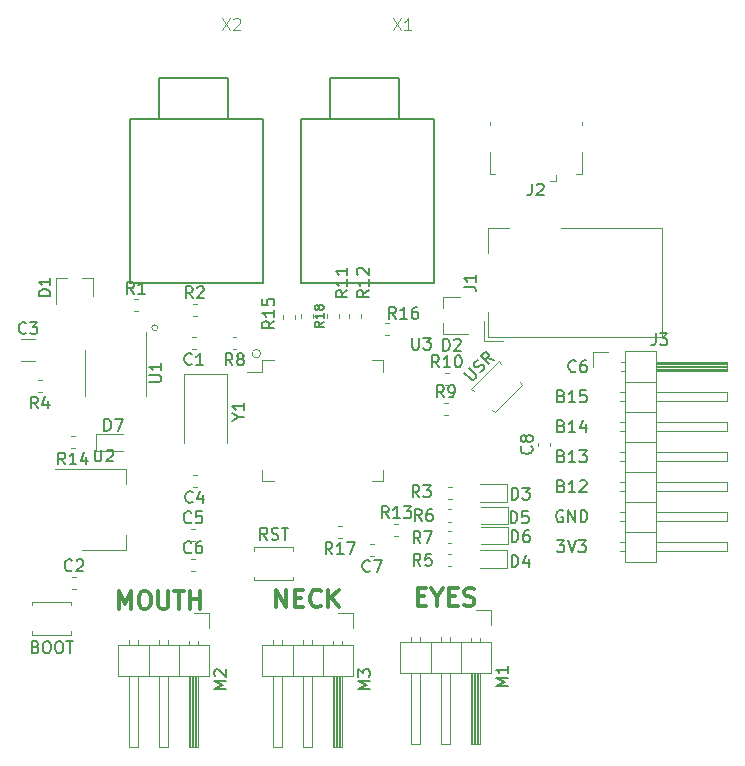
<source format=gbr>
G04 #@! TF.GenerationSoftware,KiCad,Pcbnew,(5.1.5)-3*
G04 #@! TF.CreationDate,2020-09-20T15:24:45+01:00*
G04 #@! TF.ProjectId,Alexa_kicad_PCB,416c6578-615f-46b6-9963-61645f504342,rev?*
G04 #@! TF.SameCoordinates,Original*
G04 #@! TF.FileFunction,Legend,Top*
G04 #@! TF.FilePolarity,Positive*
%FSLAX46Y46*%
G04 Gerber Fmt 4.6, Leading zero omitted, Abs format (unit mm)*
G04 Created by KiCad (PCBNEW (5.1.5)-3) date 2020-09-20 15:24:45*
%MOMM*%
%LPD*%
G04 APERTURE LIST*
%ADD10C,0.120000*%
%ADD11C,0.200000*%
%ADD12C,0.300000*%
%ADD13C,0.203200*%
%ADD14C,0.150000*%
%ADD15C,0.015000*%
G04 APERTURE END LIST*
D10*
X110490000Y-86106000D02*
G75*
G03X110490000Y-86106000I-254000J0D01*
G01*
X119200000Y-88300000D02*
G75*
G03X119200000Y-88300000I-359210J0D01*
G01*
D11*
X144303904Y-104100380D02*
X144922952Y-104100380D01*
X144589619Y-104481333D01*
X144732476Y-104481333D01*
X144827714Y-104528952D01*
X144875333Y-104576571D01*
X144922952Y-104671809D01*
X144922952Y-104909904D01*
X144875333Y-105005142D01*
X144827714Y-105052761D01*
X144732476Y-105100380D01*
X144446761Y-105100380D01*
X144351523Y-105052761D01*
X144303904Y-105005142D01*
X145208666Y-104100380D02*
X145542000Y-105100380D01*
X145875333Y-104100380D01*
X146113428Y-104100380D02*
X146732476Y-104100380D01*
X146399142Y-104481333D01*
X146542000Y-104481333D01*
X146637238Y-104528952D01*
X146684857Y-104576571D01*
X146732476Y-104671809D01*
X146732476Y-104909904D01*
X146684857Y-105005142D01*
X146637238Y-105052761D01*
X146542000Y-105100380D01*
X146256285Y-105100380D01*
X146161047Y-105052761D01*
X146113428Y-105005142D01*
X144780095Y-101608000D02*
X144684857Y-101560380D01*
X144542000Y-101560380D01*
X144399142Y-101608000D01*
X144303904Y-101703238D01*
X144256285Y-101798476D01*
X144208666Y-101988952D01*
X144208666Y-102131809D01*
X144256285Y-102322285D01*
X144303904Y-102417523D01*
X144399142Y-102512761D01*
X144542000Y-102560380D01*
X144637238Y-102560380D01*
X144780095Y-102512761D01*
X144827714Y-102465142D01*
X144827714Y-102131809D01*
X144637238Y-102131809D01*
X145256285Y-102560380D02*
X145256285Y-101560380D01*
X145827714Y-102560380D01*
X145827714Y-101560380D01*
X146303904Y-102560380D02*
X146303904Y-101560380D01*
X146542000Y-101560380D01*
X146684857Y-101608000D01*
X146780095Y-101703238D01*
X146827714Y-101798476D01*
X146875333Y-101988952D01*
X146875333Y-102131809D01*
X146827714Y-102322285D01*
X146780095Y-102417523D01*
X146684857Y-102512761D01*
X146542000Y-102560380D01*
X146303904Y-102560380D01*
X144661047Y-99496571D02*
X144803904Y-99544190D01*
X144851523Y-99591809D01*
X144899142Y-99687047D01*
X144899142Y-99829904D01*
X144851523Y-99925142D01*
X144803904Y-99972761D01*
X144708666Y-100020380D01*
X144327714Y-100020380D01*
X144327714Y-99020380D01*
X144661047Y-99020380D01*
X144756285Y-99068000D01*
X144803904Y-99115619D01*
X144851523Y-99210857D01*
X144851523Y-99306095D01*
X144803904Y-99401333D01*
X144756285Y-99448952D01*
X144661047Y-99496571D01*
X144327714Y-99496571D01*
X145851523Y-100020380D02*
X145280095Y-100020380D01*
X145565809Y-100020380D02*
X145565809Y-99020380D01*
X145470571Y-99163238D01*
X145375333Y-99258476D01*
X145280095Y-99306095D01*
X146232476Y-99115619D02*
X146280095Y-99068000D01*
X146375333Y-99020380D01*
X146613428Y-99020380D01*
X146708666Y-99068000D01*
X146756285Y-99115619D01*
X146803904Y-99210857D01*
X146803904Y-99306095D01*
X146756285Y-99448952D01*
X146184857Y-100020380D01*
X146803904Y-100020380D01*
X144661047Y-96956571D02*
X144803904Y-97004190D01*
X144851523Y-97051809D01*
X144899142Y-97147047D01*
X144899142Y-97289904D01*
X144851523Y-97385142D01*
X144803904Y-97432761D01*
X144708666Y-97480380D01*
X144327714Y-97480380D01*
X144327714Y-96480380D01*
X144661047Y-96480380D01*
X144756285Y-96528000D01*
X144803904Y-96575619D01*
X144851523Y-96670857D01*
X144851523Y-96766095D01*
X144803904Y-96861333D01*
X144756285Y-96908952D01*
X144661047Y-96956571D01*
X144327714Y-96956571D01*
X145851523Y-97480380D02*
X145280095Y-97480380D01*
X145565809Y-97480380D02*
X145565809Y-96480380D01*
X145470571Y-96623238D01*
X145375333Y-96718476D01*
X145280095Y-96766095D01*
X146184857Y-96480380D02*
X146803904Y-96480380D01*
X146470571Y-96861333D01*
X146613428Y-96861333D01*
X146708666Y-96908952D01*
X146756285Y-96956571D01*
X146803904Y-97051809D01*
X146803904Y-97289904D01*
X146756285Y-97385142D01*
X146708666Y-97432761D01*
X146613428Y-97480380D01*
X146327714Y-97480380D01*
X146232476Y-97432761D01*
X146184857Y-97385142D01*
X144661047Y-94416571D02*
X144803904Y-94464190D01*
X144851523Y-94511809D01*
X144899142Y-94607047D01*
X144899142Y-94749904D01*
X144851523Y-94845142D01*
X144803904Y-94892761D01*
X144708666Y-94940380D01*
X144327714Y-94940380D01*
X144327714Y-93940380D01*
X144661047Y-93940380D01*
X144756285Y-93988000D01*
X144803904Y-94035619D01*
X144851523Y-94130857D01*
X144851523Y-94226095D01*
X144803904Y-94321333D01*
X144756285Y-94368952D01*
X144661047Y-94416571D01*
X144327714Y-94416571D01*
X145851523Y-94940380D02*
X145280095Y-94940380D01*
X145565809Y-94940380D02*
X145565809Y-93940380D01*
X145470571Y-94083238D01*
X145375333Y-94178476D01*
X145280095Y-94226095D01*
X146708666Y-94273714D02*
X146708666Y-94940380D01*
X146470571Y-93892761D02*
X146232476Y-94607047D01*
X146851523Y-94607047D01*
X144661047Y-91876571D02*
X144803904Y-91924190D01*
X144851523Y-91971809D01*
X144899142Y-92067047D01*
X144899142Y-92209904D01*
X144851523Y-92305142D01*
X144803904Y-92352761D01*
X144708666Y-92400380D01*
X144327714Y-92400380D01*
X144327714Y-91400380D01*
X144661047Y-91400380D01*
X144756285Y-91448000D01*
X144803904Y-91495619D01*
X144851523Y-91590857D01*
X144851523Y-91686095D01*
X144803904Y-91781333D01*
X144756285Y-91828952D01*
X144661047Y-91876571D01*
X144327714Y-91876571D01*
X145851523Y-92400380D02*
X145280095Y-92400380D01*
X145565809Y-92400380D02*
X145565809Y-91400380D01*
X145470571Y-91543238D01*
X145375333Y-91638476D01*
X145280095Y-91686095D01*
X146756285Y-91400380D02*
X146280095Y-91400380D01*
X146232476Y-91876571D01*
X146280095Y-91828952D01*
X146375333Y-91781333D01*
X146613428Y-91781333D01*
X146708666Y-91828952D01*
X146756285Y-91876571D01*
X146803904Y-91971809D01*
X146803904Y-92209904D01*
X146756285Y-92305142D01*
X146708666Y-92352761D01*
X146613428Y-92400380D01*
X146375333Y-92400380D01*
X146280095Y-92352761D01*
X146232476Y-92305142D01*
X145883333Y-89765142D02*
X145835714Y-89812761D01*
X145692857Y-89860380D01*
X145597619Y-89860380D01*
X145454761Y-89812761D01*
X145359523Y-89717523D01*
X145311904Y-89622285D01*
X145264285Y-89431809D01*
X145264285Y-89288952D01*
X145311904Y-89098476D01*
X145359523Y-89003238D01*
X145454761Y-88908000D01*
X145597619Y-88860380D01*
X145692857Y-88860380D01*
X145835714Y-88908000D01*
X145883333Y-88955619D01*
X146740476Y-88860380D02*
X146550000Y-88860380D01*
X146454761Y-88908000D01*
X146407142Y-88955619D01*
X146311904Y-89098476D01*
X146264285Y-89288952D01*
X146264285Y-89669904D01*
X146311904Y-89765142D01*
X146359523Y-89812761D01*
X146454761Y-89860380D01*
X146645238Y-89860380D01*
X146740476Y-89812761D01*
X146788095Y-89765142D01*
X146835714Y-89669904D01*
X146835714Y-89431809D01*
X146788095Y-89336571D01*
X146740476Y-89288952D01*
X146645238Y-89241333D01*
X146454761Y-89241333D01*
X146359523Y-89288952D01*
X146311904Y-89336571D01*
X146264285Y-89431809D01*
D12*
X132516857Y-108858857D02*
X133016857Y-108858857D01*
X133231142Y-109644571D02*
X132516857Y-109644571D01*
X132516857Y-108144571D01*
X133231142Y-108144571D01*
X134159714Y-108930285D02*
X134159714Y-109644571D01*
X133659714Y-108144571D02*
X134159714Y-108930285D01*
X134659714Y-108144571D01*
X135159714Y-108858857D02*
X135659714Y-108858857D01*
X135874000Y-109644571D02*
X135159714Y-109644571D01*
X135159714Y-108144571D01*
X135874000Y-108144571D01*
X136445428Y-109573142D02*
X136659714Y-109644571D01*
X137016857Y-109644571D01*
X137159714Y-109573142D01*
X137231142Y-109501714D01*
X137302571Y-109358857D01*
X137302571Y-109216000D01*
X137231142Y-109073142D01*
X137159714Y-109001714D01*
X137016857Y-108930285D01*
X136731142Y-108858857D01*
X136588285Y-108787428D01*
X136516857Y-108716000D01*
X136445428Y-108573142D01*
X136445428Y-108430285D01*
X136516857Y-108287428D01*
X136588285Y-108216000D01*
X136731142Y-108144571D01*
X137088285Y-108144571D01*
X137302571Y-108216000D01*
X120519357Y-109771571D02*
X120519357Y-108271571D01*
X121376500Y-109771571D01*
X121376500Y-108271571D01*
X122090785Y-108985857D02*
X122590785Y-108985857D01*
X122805071Y-109771571D02*
X122090785Y-109771571D01*
X122090785Y-108271571D01*
X122805071Y-108271571D01*
X124305071Y-109628714D02*
X124233642Y-109700142D01*
X124019357Y-109771571D01*
X123876500Y-109771571D01*
X123662214Y-109700142D01*
X123519357Y-109557285D01*
X123447928Y-109414428D01*
X123376500Y-109128714D01*
X123376500Y-108914428D01*
X123447928Y-108628714D01*
X123519357Y-108485857D01*
X123662214Y-108343000D01*
X123876500Y-108271571D01*
X124019357Y-108271571D01*
X124233642Y-108343000D01*
X124305071Y-108414428D01*
X124947928Y-109771571D02*
X124947928Y-108271571D01*
X125805071Y-109771571D02*
X125162214Y-108914428D01*
X125805071Y-108271571D02*
X124947928Y-109128714D01*
X107251928Y-109898571D02*
X107251928Y-108398571D01*
X107751928Y-109470000D01*
X108251928Y-108398571D01*
X108251928Y-109898571D01*
X109251928Y-108398571D02*
X109537642Y-108398571D01*
X109680500Y-108470000D01*
X109823357Y-108612857D01*
X109894785Y-108898571D01*
X109894785Y-109398571D01*
X109823357Y-109684285D01*
X109680500Y-109827142D01*
X109537642Y-109898571D01*
X109251928Y-109898571D01*
X109109071Y-109827142D01*
X108966214Y-109684285D01*
X108894785Y-109398571D01*
X108894785Y-108898571D01*
X108966214Y-108612857D01*
X109109071Y-108470000D01*
X109251928Y-108398571D01*
X110537642Y-108398571D02*
X110537642Y-109612857D01*
X110609071Y-109755714D01*
X110680500Y-109827142D01*
X110823357Y-109898571D01*
X111109071Y-109898571D01*
X111251928Y-109827142D01*
X111323357Y-109755714D01*
X111394785Y-109612857D01*
X111394785Y-108398571D01*
X111894785Y-108398571D02*
X112751928Y-108398571D01*
X112323357Y-109898571D02*
X112323357Y-108398571D01*
X113251928Y-109898571D02*
X113251928Y-108398571D01*
X113251928Y-109112857D02*
X114109071Y-109112857D01*
X114109071Y-109898571D02*
X114109071Y-108398571D01*
D10*
X105024000Y-81933000D02*
X104094000Y-81933000D01*
X101864000Y-81933000D02*
X102794000Y-81933000D01*
X101864000Y-81933000D02*
X101864000Y-84093000D01*
X105024000Y-81933000D02*
X105024000Y-83393000D01*
X144646000Y-77696000D02*
X153146000Y-77696000D01*
X153146000Y-77696000D02*
X153146000Y-86896000D01*
X153146000Y-86896000D02*
X138446000Y-86896000D01*
X138446000Y-79796000D02*
X138446000Y-77696000D01*
X138446000Y-77696000D02*
X140246000Y-77696000D01*
X138146000Y-85496000D02*
X138146000Y-87196000D01*
X138146000Y-87196000D02*
X139746000Y-87196000D01*
X138446000Y-86896000D02*
X138446000Y-84796000D01*
X146394000Y-73104000D02*
X145944000Y-73104000D01*
X146394000Y-71254000D02*
X146394000Y-73104000D01*
X138594000Y-68704000D02*
X138594000Y-68954000D01*
X146394000Y-68704000D02*
X146394000Y-68954000D01*
X138594000Y-71254000D02*
X138594000Y-73104000D01*
X138594000Y-73104000D02*
X139044000Y-73104000D01*
X144194000Y-73654000D02*
X143744000Y-73654000D01*
X144194000Y-73654000D02*
X144194000Y-73204000D01*
X138744000Y-112692000D02*
X131004000Y-112692000D01*
X131004000Y-112692000D02*
X131004000Y-115352000D01*
X131004000Y-115352000D02*
X138744000Y-115352000D01*
X138744000Y-115352000D02*
X138744000Y-112692000D01*
X137794000Y-115352000D02*
X137794000Y-121352000D01*
X137794000Y-121352000D02*
X137034000Y-121352000D01*
X137034000Y-121352000D02*
X137034000Y-115352000D01*
X137734000Y-115352000D02*
X137734000Y-121352000D01*
X137614000Y-115352000D02*
X137614000Y-121352000D01*
X137494000Y-115352000D02*
X137494000Y-121352000D01*
X137374000Y-115352000D02*
X137374000Y-121352000D01*
X137254000Y-115352000D02*
X137254000Y-121352000D01*
X137134000Y-115352000D02*
X137134000Y-121352000D01*
X137794000Y-112362000D02*
X137794000Y-112692000D01*
X137034000Y-112362000D02*
X137034000Y-112692000D01*
X136144000Y-112692000D02*
X136144000Y-115352000D01*
X135254000Y-115352000D02*
X135254000Y-121352000D01*
X135254000Y-121352000D02*
X134494000Y-121352000D01*
X134494000Y-121352000D02*
X134494000Y-115352000D01*
X135254000Y-112294929D02*
X135254000Y-112692000D01*
X134494000Y-112294929D02*
X134494000Y-112692000D01*
X133604000Y-112692000D02*
X133604000Y-115352000D01*
X132714000Y-115352000D02*
X132714000Y-121352000D01*
X132714000Y-121352000D02*
X131954000Y-121352000D01*
X131954000Y-121352000D02*
X131954000Y-115352000D01*
X132714000Y-112294929D02*
X132714000Y-112692000D01*
X131954000Y-112294929D02*
X131954000Y-112692000D01*
X137414000Y-109982000D02*
X138684000Y-109982000D01*
X138684000Y-109982000D02*
X138684000Y-111252000D01*
X114868000Y-112946000D02*
X107128000Y-112946000D01*
X107128000Y-112946000D02*
X107128000Y-115606000D01*
X107128000Y-115606000D02*
X114868000Y-115606000D01*
X114868000Y-115606000D02*
X114868000Y-112946000D01*
X113918000Y-115606000D02*
X113918000Y-121606000D01*
X113918000Y-121606000D02*
X113158000Y-121606000D01*
X113158000Y-121606000D02*
X113158000Y-115606000D01*
X113858000Y-115606000D02*
X113858000Y-121606000D01*
X113738000Y-115606000D02*
X113738000Y-121606000D01*
X113618000Y-115606000D02*
X113618000Y-121606000D01*
X113498000Y-115606000D02*
X113498000Y-121606000D01*
X113378000Y-115606000D02*
X113378000Y-121606000D01*
X113258000Y-115606000D02*
X113258000Y-121606000D01*
X113918000Y-112616000D02*
X113918000Y-112946000D01*
X113158000Y-112616000D02*
X113158000Y-112946000D01*
X112268000Y-112946000D02*
X112268000Y-115606000D01*
X111378000Y-115606000D02*
X111378000Y-121606000D01*
X111378000Y-121606000D02*
X110618000Y-121606000D01*
X110618000Y-121606000D02*
X110618000Y-115606000D01*
X111378000Y-112548929D02*
X111378000Y-112946000D01*
X110618000Y-112548929D02*
X110618000Y-112946000D01*
X109728000Y-112946000D02*
X109728000Y-115606000D01*
X108838000Y-115606000D02*
X108838000Y-121606000D01*
X108838000Y-121606000D02*
X108078000Y-121606000D01*
X108078000Y-121606000D02*
X108078000Y-115606000D01*
X108838000Y-112548929D02*
X108838000Y-112946000D01*
X108078000Y-112548929D02*
X108078000Y-112946000D01*
X113538000Y-110236000D02*
X114808000Y-110236000D01*
X114808000Y-110236000D02*
X114808000Y-111506000D01*
X127000000Y-110236000D02*
X127000000Y-111506000D01*
X125730000Y-110236000D02*
X127000000Y-110236000D01*
X120270000Y-112548929D02*
X120270000Y-112946000D01*
X121030000Y-112548929D02*
X121030000Y-112946000D01*
X120270000Y-121606000D02*
X120270000Y-115606000D01*
X121030000Y-121606000D02*
X120270000Y-121606000D01*
X121030000Y-115606000D02*
X121030000Y-121606000D01*
X121920000Y-112946000D02*
X121920000Y-115606000D01*
X122810000Y-112548929D02*
X122810000Y-112946000D01*
X123570000Y-112548929D02*
X123570000Y-112946000D01*
X122810000Y-121606000D02*
X122810000Y-115606000D01*
X123570000Y-121606000D02*
X122810000Y-121606000D01*
X123570000Y-115606000D02*
X123570000Y-121606000D01*
X124460000Y-112946000D02*
X124460000Y-115606000D01*
X125350000Y-112616000D02*
X125350000Y-112946000D01*
X126110000Y-112616000D02*
X126110000Y-112946000D01*
X125450000Y-115606000D02*
X125450000Y-121606000D01*
X125570000Y-115606000D02*
X125570000Y-121606000D01*
X125690000Y-115606000D02*
X125690000Y-121606000D01*
X125810000Y-115606000D02*
X125810000Y-121606000D01*
X125930000Y-115606000D02*
X125930000Y-121606000D01*
X126050000Y-115606000D02*
X126050000Y-121606000D01*
X125350000Y-121606000D02*
X125350000Y-115606000D01*
X126110000Y-121606000D02*
X125350000Y-121606000D01*
X126110000Y-115606000D02*
X126110000Y-121606000D01*
X127060000Y-115606000D02*
X127060000Y-112946000D01*
X119320000Y-115606000D02*
X127060000Y-115606000D01*
X119320000Y-112946000D02*
X119320000Y-115606000D01*
X127060000Y-112946000D02*
X119320000Y-112946000D01*
X104374000Y-89916000D02*
X104374000Y-91866000D01*
X104374000Y-89916000D02*
X104374000Y-87966000D01*
X109494000Y-89916000D02*
X109494000Y-91866000D01*
X109494000Y-89916000D02*
X109494000Y-86466000D01*
X107828000Y-104883000D02*
X107828000Y-103623000D01*
X107828000Y-98063000D02*
X107828000Y-99323000D01*
X104068000Y-104883000D02*
X107828000Y-104883000D01*
X101818000Y-98063000D02*
X107828000Y-98063000D01*
X128620000Y-99090000D02*
X129570000Y-99090000D01*
X129570000Y-99090000D02*
X129570000Y-98140000D01*
X120300000Y-99090000D02*
X119350000Y-99090000D01*
X119350000Y-99090000D02*
X119350000Y-98140000D01*
X128620000Y-88870000D02*
X129570000Y-88870000D01*
X129570000Y-88870000D02*
X129570000Y-89820000D01*
X120300000Y-88870000D02*
X119350000Y-88870000D01*
X119350000Y-88870000D02*
X119350000Y-89820000D01*
X119350000Y-89820000D02*
X118010000Y-89820000D01*
D13*
X122616000Y-68426000D02*
X133916000Y-68426000D01*
X133916000Y-68426000D02*
X133916000Y-82326000D01*
X133916000Y-82326000D02*
X122616000Y-82326000D01*
X122616000Y-82326000D02*
X122616000Y-68426000D01*
X125116000Y-68326000D02*
X125116000Y-64926000D01*
X125116000Y-64926000D02*
X130916000Y-64926000D01*
X130916000Y-64926000D02*
X130916000Y-68326000D01*
X116438000Y-64926000D02*
X116438000Y-68326000D01*
X110638000Y-64926000D02*
X116438000Y-64926000D01*
X110638000Y-68326000D02*
X110638000Y-64926000D01*
X108138000Y-82326000D02*
X108138000Y-68426000D01*
X119438000Y-82326000D02*
X108138000Y-82326000D01*
X119438000Y-68426000D02*
X119438000Y-82326000D01*
X108138000Y-68426000D02*
X119438000Y-68426000D01*
D10*
X116354000Y-95900000D02*
X116354000Y-90000000D01*
X116354000Y-90000000D02*
X112754000Y-90000000D01*
X112754000Y-90000000D02*
X112754000Y-95900000D01*
X150030000Y-88078000D02*
X150030000Y-105978000D01*
X150030000Y-105978000D02*
X152690000Y-105978000D01*
X152690000Y-105978000D02*
X152690000Y-88078000D01*
X152690000Y-88078000D02*
X150030000Y-88078000D01*
X152690000Y-89028000D02*
X158690000Y-89028000D01*
X158690000Y-89028000D02*
X158690000Y-89788000D01*
X158690000Y-89788000D02*
X152690000Y-89788000D01*
X152690000Y-89088000D02*
X158690000Y-89088000D01*
X152690000Y-89208000D02*
X158690000Y-89208000D01*
X152690000Y-89328000D02*
X158690000Y-89328000D01*
X152690000Y-89448000D02*
X158690000Y-89448000D01*
X152690000Y-89568000D02*
X158690000Y-89568000D01*
X152690000Y-89688000D02*
X158690000Y-89688000D01*
X149700000Y-89028000D02*
X150030000Y-89028000D01*
X149700000Y-89788000D02*
X150030000Y-89788000D01*
X150030000Y-90678000D02*
X152690000Y-90678000D01*
X152690000Y-91568000D02*
X158690000Y-91568000D01*
X158690000Y-91568000D02*
X158690000Y-92328000D01*
X158690000Y-92328000D02*
X152690000Y-92328000D01*
X149632929Y-91568000D02*
X150030000Y-91568000D01*
X149632929Y-92328000D02*
X150030000Y-92328000D01*
X150030000Y-93218000D02*
X152690000Y-93218000D01*
X152690000Y-94108000D02*
X158690000Y-94108000D01*
X158690000Y-94108000D02*
X158690000Y-94868000D01*
X158690000Y-94868000D02*
X152690000Y-94868000D01*
X149632929Y-94108000D02*
X150030000Y-94108000D01*
X149632929Y-94868000D02*
X150030000Y-94868000D01*
X150030000Y-95758000D02*
X152690000Y-95758000D01*
X152690000Y-96648000D02*
X158690000Y-96648000D01*
X158690000Y-96648000D02*
X158690000Y-97408000D01*
X158690000Y-97408000D02*
X152690000Y-97408000D01*
X149632929Y-96648000D02*
X150030000Y-96648000D01*
X149632929Y-97408000D02*
X150030000Y-97408000D01*
X150030000Y-98298000D02*
X152690000Y-98298000D01*
X152690000Y-99188000D02*
X158690000Y-99188000D01*
X158690000Y-99188000D02*
X158690000Y-99948000D01*
X158690000Y-99948000D02*
X152690000Y-99948000D01*
X149632929Y-99188000D02*
X150030000Y-99188000D01*
X149632929Y-99948000D02*
X150030000Y-99948000D01*
X150030000Y-100838000D02*
X152690000Y-100838000D01*
X152690000Y-101728000D02*
X158690000Y-101728000D01*
X158690000Y-101728000D02*
X158690000Y-102488000D01*
X158690000Y-102488000D02*
X152690000Y-102488000D01*
X149632929Y-101728000D02*
X150030000Y-101728000D01*
X149632929Y-102488000D02*
X150030000Y-102488000D01*
X150030000Y-103378000D02*
X152690000Y-103378000D01*
X152690000Y-104268000D02*
X158690000Y-104268000D01*
X158690000Y-104268000D02*
X158690000Y-105028000D01*
X158690000Y-105028000D02*
X152690000Y-105028000D01*
X149632929Y-104268000D02*
X150030000Y-104268000D01*
X149632929Y-105028000D02*
X150030000Y-105028000D01*
X147320000Y-89408000D02*
X147320000Y-88138000D01*
X147320000Y-88138000D02*
X148590000Y-88138000D01*
X134622000Y-83510000D02*
X134622000Y-84440000D01*
X134622000Y-86670000D02*
X134622000Y-85740000D01*
X134622000Y-86670000D02*
X136782000Y-86670000D01*
X134622000Y-83510000D02*
X136082000Y-83510000D01*
X113700779Y-87886000D02*
X113375221Y-87886000D01*
X113700779Y-86866000D02*
X113375221Y-86866000D01*
X103237221Y-108210000D02*
X103562779Y-108210000D01*
X103237221Y-107190000D02*
X103562779Y-107190000D01*
X113779279Y-98550000D02*
X113453721Y-98550000D01*
X113779279Y-99570000D02*
X113453721Y-99570000D01*
X113326721Y-103122000D02*
X113652279Y-103122000D01*
X113326721Y-104142000D02*
X113652279Y-104142000D01*
X113326721Y-105662000D02*
X113652279Y-105662000D01*
X113326721Y-106682000D02*
X113652279Y-106682000D01*
X128775279Y-105410000D02*
X128449721Y-105410000D01*
X128775279Y-104390000D02*
X128449721Y-104390000D01*
X143710000Y-96150279D02*
X143710000Y-95824721D01*
X142690000Y-96150279D02*
X142690000Y-95824721D01*
X140097500Y-99365000D02*
X137812500Y-99365000D01*
X140097500Y-100835000D02*
X140097500Y-99365000D01*
X137812500Y-100835000D02*
X140097500Y-100835000D01*
X137787500Y-106435000D02*
X140072500Y-106435000D01*
X140072500Y-106435000D02*
X140072500Y-104965000D01*
X140072500Y-104965000D02*
X137787500Y-104965000D01*
X140172500Y-101265000D02*
X137887500Y-101265000D01*
X140172500Y-102735000D02*
X140172500Y-101265000D01*
X137887500Y-102735000D02*
X140172500Y-102735000D01*
X137887500Y-104435000D02*
X140172500Y-104435000D01*
X140172500Y-104435000D02*
X140172500Y-102965000D01*
X140172500Y-102965000D02*
X137887500Y-102965000D01*
X107512500Y-95065000D02*
X105227500Y-95065000D01*
X105227500Y-95065000D02*
X105227500Y-96535000D01*
X105227500Y-96535000D02*
X107512500Y-96535000D01*
X108470721Y-84711000D02*
X108796279Y-84711000D01*
X108470721Y-83691000D02*
X108796279Y-83691000D01*
X113453721Y-84072000D02*
X113779279Y-84072000D01*
X113453721Y-85092000D02*
X113779279Y-85092000D01*
X135375279Y-100610000D02*
X135049721Y-100610000D01*
X135375279Y-99590000D02*
X135049721Y-99590000D01*
X100668279Y-90549000D02*
X100342721Y-90549000D01*
X100668279Y-91569000D02*
X100342721Y-91569000D01*
X135350279Y-105290000D02*
X135024721Y-105290000D01*
X135350279Y-106310000D02*
X135024721Y-106310000D01*
X135350279Y-102510000D02*
X135024721Y-102510000D01*
X135350279Y-101490000D02*
X135024721Y-101490000D01*
X135350279Y-103290000D02*
X135024721Y-103290000D01*
X135350279Y-104310000D02*
X135024721Y-104310000D01*
X117150279Y-87910000D02*
X116824721Y-87910000D01*
X117150279Y-86890000D02*
X116824721Y-86890000D01*
X134711221Y-93474000D02*
X135036779Y-93474000D01*
X134711221Y-92454000D02*
X135036779Y-92454000D01*
X134789721Y-89914000D02*
X135115279Y-89914000D01*
X134789721Y-90934000D02*
X135115279Y-90934000D01*
X125810000Y-85275279D02*
X125810000Y-84949721D01*
X124790000Y-85275279D02*
X124790000Y-84949721D01*
X126690000Y-85275279D02*
X126690000Y-84949721D01*
X127710000Y-85275279D02*
X127710000Y-84949721D01*
X130524721Y-103710000D02*
X130850279Y-103710000D01*
X130524721Y-102690000D02*
X130850279Y-102690000D01*
X103450279Y-95290000D02*
X103124721Y-95290000D01*
X103450279Y-96310000D02*
X103124721Y-96310000D01*
X121090000Y-85350279D02*
X121090000Y-85024721D01*
X122110000Y-85350279D02*
X122110000Y-85024721D01*
X130075279Y-85690000D02*
X129749721Y-85690000D01*
X130075279Y-86710000D02*
X129749721Y-86710000D01*
X126075279Y-103910000D02*
X125749721Y-103910000D01*
X126075279Y-102890000D02*
X125749721Y-102890000D01*
X122590000Y-85275279D02*
X122590000Y-84949721D01*
X123610000Y-85275279D02*
X123610000Y-84949721D01*
X99850000Y-112100000D02*
X99850000Y-111800000D01*
X103150000Y-112100000D02*
X99850000Y-112100000D01*
X103150000Y-111800000D02*
X103150000Y-112100000D01*
X99850000Y-109300000D02*
X99850000Y-109600000D01*
X103150000Y-109300000D02*
X99850000Y-109300000D01*
X103150000Y-109600000D02*
X103150000Y-109300000D01*
X118650000Y-107200000D02*
X118650000Y-107500000D01*
X118650000Y-107500000D02*
X121950000Y-107500000D01*
X121950000Y-107500000D02*
X121950000Y-107200000D01*
X118650000Y-105000000D02*
X118650000Y-104700000D01*
X118650000Y-104700000D02*
X121950000Y-104700000D01*
X121950000Y-104700000D02*
X121950000Y-105000000D01*
X138811091Y-93044544D02*
X139023223Y-93256676D01*
X139023223Y-93256676D02*
X141356676Y-90923223D01*
X141356676Y-90923223D02*
X141144544Y-90711091D01*
X137255456Y-91488909D02*
X137043324Y-91276777D01*
X137043324Y-91276777D02*
X139376777Y-88943324D01*
X139376777Y-88943324D02*
X139588909Y-89155456D01*
X98897936Y-87090000D02*
X100102064Y-87090000D01*
X98897936Y-88910000D02*
X100102064Y-88910000D01*
D14*
X101396380Y-83431095D02*
X100396380Y-83431095D01*
X100396380Y-83193000D01*
X100444000Y-83050142D01*
X100539238Y-82954904D01*
X100634476Y-82907285D01*
X100824952Y-82859666D01*
X100967809Y-82859666D01*
X101158285Y-82907285D01*
X101253523Y-82954904D01*
X101348761Y-83050142D01*
X101396380Y-83193000D01*
X101396380Y-83431095D01*
X101396380Y-81907285D02*
X101396380Y-82478714D01*
X101396380Y-82193000D02*
X100396380Y-82193000D01*
X100539238Y-82288238D01*
X100634476Y-82383476D01*
X100682095Y-82478714D01*
X136398380Y-82629333D02*
X137112666Y-82629333D01*
X137255523Y-82676952D01*
X137350761Y-82772190D01*
X137398380Y-82915047D01*
X137398380Y-83010285D01*
X137398380Y-81629333D02*
X137398380Y-82200761D01*
X137398380Y-81915047D02*
X136398380Y-81915047D01*
X136541238Y-82010285D01*
X136636476Y-82105523D01*
X136684095Y-82200761D01*
X142160666Y-73906380D02*
X142160666Y-74620666D01*
X142113047Y-74763523D01*
X142017809Y-74858761D01*
X141874952Y-74906380D01*
X141779714Y-74906380D01*
X142589238Y-74001619D02*
X142636857Y-73954000D01*
X142732095Y-73906380D01*
X142970190Y-73906380D01*
X143065428Y-73954000D01*
X143113047Y-74001619D01*
X143160666Y-74096857D01*
X143160666Y-74192095D01*
X143113047Y-74334952D01*
X142541619Y-74906380D01*
X143160666Y-74906380D01*
X140136380Y-116446523D02*
X139136380Y-116446523D01*
X139850666Y-116113190D01*
X139136380Y-115779857D01*
X140136380Y-115779857D01*
X140136380Y-114779857D02*
X140136380Y-115351285D01*
X140136380Y-115065571D02*
X139136380Y-115065571D01*
X139279238Y-115160809D01*
X139374476Y-115256047D01*
X139422095Y-115351285D01*
X116260380Y-116700523D02*
X115260380Y-116700523D01*
X115974666Y-116367190D01*
X115260380Y-116033857D01*
X116260380Y-116033857D01*
X115355619Y-115605285D02*
X115308000Y-115557666D01*
X115260380Y-115462428D01*
X115260380Y-115224333D01*
X115308000Y-115129095D01*
X115355619Y-115081476D01*
X115450857Y-115033857D01*
X115546095Y-115033857D01*
X115688952Y-115081476D01*
X116260380Y-115652904D01*
X116260380Y-115033857D01*
X128452380Y-116700523D02*
X127452380Y-116700523D01*
X128166666Y-116367190D01*
X127452380Y-116033857D01*
X128452380Y-116033857D01*
X127452380Y-115652904D02*
X127452380Y-115033857D01*
X127833333Y-115367190D01*
X127833333Y-115224333D01*
X127880952Y-115129095D01*
X127928571Y-115081476D01*
X128023809Y-115033857D01*
X128261904Y-115033857D01*
X128357142Y-115081476D01*
X128404761Y-115129095D01*
X128452380Y-115224333D01*
X128452380Y-115510047D01*
X128404761Y-115605285D01*
X128357142Y-115652904D01*
X109786380Y-90677904D02*
X110595904Y-90677904D01*
X110691142Y-90630285D01*
X110738761Y-90582666D01*
X110786380Y-90487428D01*
X110786380Y-90296952D01*
X110738761Y-90201714D01*
X110691142Y-90154095D01*
X110595904Y-90106476D01*
X109786380Y-90106476D01*
X110786380Y-89106476D02*
X110786380Y-89677904D01*
X110786380Y-89392190D02*
X109786380Y-89392190D01*
X109929238Y-89487428D01*
X110024476Y-89582666D01*
X110072095Y-89677904D01*
X105156095Y-96425380D02*
X105156095Y-97234904D01*
X105203714Y-97330142D01*
X105251333Y-97377761D01*
X105346571Y-97425380D01*
X105537047Y-97425380D01*
X105632285Y-97377761D01*
X105679904Y-97330142D01*
X105727523Y-97234904D01*
X105727523Y-96425380D01*
X106156095Y-96520619D02*
X106203714Y-96473000D01*
X106298952Y-96425380D01*
X106537047Y-96425380D01*
X106632285Y-96473000D01*
X106679904Y-96520619D01*
X106727523Y-96615857D01*
X106727523Y-96711095D01*
X106679904Y-96853952D01*
X106108476Y-97425380D01*
X106727523Y-97425380D01*
X132038095Y-86952380D02*
X132038095Y-87761904D01*
X132085714Y-87857142D01*
X132133333Y-87904761D01*
X132228571Y-87952380D01*
X132419047Y-87952380D01*
X132514285Y-87904761D01*
X132561904Y-87857142D01*
X132609523Y-87761904D01*
X132609523Y-86952380D01*
X132990476Y-86952380D02*
X133609523Y-86952380D01*
X133276190Y-87333333D01*
X133419047Y-87333333D01*
X133514285Y-87380952D01*
X133561904Y-87428571D01*
X133609523Y-87523809D01*
X133609523Y-87761904D01*
X133561904Y-87857142D01*
X133514285Y-87904761D01*
X133419047Y-87952380D01*
X133133333Y-87952380D01*
X133038095Y-87904761D01*
X132990476Y-87857142D01*
D15*
X130381476Y-59903380D02*
X131048142Y-60903380D01*
X131048142Y-59903380D02*
X130381476Y-60903380D01*
X131952904Y-60903380D02*
X131381476Y-60903380D01*
X131667190Y-60903380D02*
X131667190Y-59903380D01*
X131571952Y-60046238D01*
X131476714Y-60141476D01*
X131381476Y-60189095D01*
X115903476Y-59903380D02*
X116570142Y-60903380D01*
X116570142Y-59903380D02*
X115903476Y-60903380D01*
X116903476Y-59998619D02*
X116951095Y-59951000D01*
X117046333Y-59903380D01*
X117284428Y-59903380D01*
X117379666Y-59951000D01*
X117427285Y-59998619D01*
X117474904Y-60093857D01*
X117474904Y-60189095D01*
X117427285Y-60331952D01*
X116855857Y-60903380D01*
X117474904Y-60903380D01*
D14*
X117330190Y-93676190D02*
X117806380Y-93676190D01*
X116806380Y-94009523D02*
X117330190Y-93676190D01*
X116806380Y-93342857D01*
X117806380Y-92485714D02*
X117806380Y-93057142D01*
X117806380Y-92771428D02*
X116806380Y-92771428D01*
X116949238Y-92866666D01*
X117044476Y-92961904D01*
X117092095Y-93057142D01*
X152641666Y-86590380D02*
X152641666Y-87304666D01*
X152594047Y-87447523D01*
X152498809Y-87542761D01*
X152355952Y-87590380D01*
X152260714Y-87590380D01*
X153022619Y-86590380D02*
X153641666Y-86590380D01*
X153308333Y-86971333D01*
X153451190Y-86971333D01*
X153546428Y-87018952D01*
X153594047Y-87066571D01*
X153641666Y-87161809D01*
X153641666Y-87399904D01*
X153594047Y-87495142D01*
X153546428Y-87542761D01*
X153451190Y-87590380D01*
X153165476Y-87590380D01*
X153070238Y-87542761D01*
X153022619Y-87495142D01*
X134643904Y-88042380D02*
X134643904Y-87042380D01*
X134882000Y-87042380D01*
X135024857Y-87090000D01*
X135120095Y-87185238D01*
X135167714Y-87280476D01*
X135215333Y-87470952D01*
X135215333Y-87613809D01*
X135167714Y-87804285D01*
X135120095Y-87899523D01*
X135024857Y-87994761D01*
X134882000Y-88042380D01*
X134643904Y-88042380D01*
X135596285Y-87137619D02*
X135643904Y-87090000D01*
X135739142Y-87042380D01*
X135977238Y-87042380D01*
X136072476Y-87090000D01*
X136120095Y-87137619D01*
X136167714Y-87232857D01*
X136167714Y-87328095D01*
X136120095Y-87470952D01*
X135548666Y-88042380D01*
X136167714Y-88042380D01*
X113371333Y-89163142D02*
X113323714Y-89210761D01*
X113180857Y-89258380D01*
X113085619Y-89258380D01*
X112942761Y-89210761D01*
X112847523Y-89115523D01*
X112799904Y-89020285D01*
X112752285Y-88829809D01*
X112752285Y-88686952D01*
X112799904Y-88496476D01*
X112847523Y-88401238D01*
X112942761Y-88306000D01*
X113085619Y-88258380D01*
X113180857Y-88258380D01*
X113323714Y-88306000D01*
X113371333Y-88353619D01*
X114323714Y-89258380D02*
X113752285Y-89258380D01*
X114038000Y-89258380D02*
X114038000Y-88258380D01*
X113942761Y-88401238D01*
X113847523Y-88496476D01*
X113752285Y-88544095D01*
X103233333Y-106627142D02*
X103185714Y-106674761D01*
X103042857Y-106722380D01*
X102947619Y-106722380D01*
X102804761Y-106674761D01*
X102709523Y-106579523D01*
X102661904Y-106484285D01*
X102614285Y-106293809D01*
X102614285Y-106150952D01*
X102661904Y-105960476D01*
X102709523Y-105865238D01*
X102804761Y-105770000D01*
X102947619Y-105722380D01*
X103042857Y-105722380D01*
X103185714Y-105770000D01*
X103233333Y-105817619D01*
X103614285Y-105817619D02*
X103661904Y-105770000D01*
X103757142Y-105722380D01*
X103995238Y-105722380D01*
X104090476Y-105770000D01*
X104138095Y-105817619D01*
X104185714Y-105912857D01*
X104185714Y-106008095D01*
X104138095Y-106150952D01*
X103566666Y-106722380D01*
X104185714Y-106722380D01*
X113449833Y-100847142D02*
X113402214Y-100894761D01*
X113259357Y-100942380D01*
X113164119Y-100942380D01*
X113021261Y-100894761D01*
X112926023Y-100799523D01*
X112878404Y-100704285D01*
X112830785Y-100513809D01*
X112830785Y-100370952D01*
X112878404Y-100180476D01*
X112926023Y-100085238D01*
X113021261Y-99990000D01*
X113164119Y-99942380D01*
X113259357Y-99942380D01*
X113402214Y-99990000D01*
X113449833Y-100037619D01*
X114306976Y-100275714D02*
X114306976Y-100942380D01*
X114068880Y-99894761D02*
X113830785Y-100609047D01*
X114449833Y-100609047D01*
X113322833Y-102559142D02*
X113275214Y-102606761D01*
X113132357Y-102654380D01*
X113037119Y-102654380D01*
X112894261Y-102606761D01*
X112799023Y-102511523D01*
X112751404Y-102416285D01*
X112703785Y-102225809D01*
X112703785Y-102082952D01*
X112751404Y-101892476D01*
X112799023Y-101797238D01*
X112894261Y-101702000D01*
X113037119Y-101654380D01*
X113132357Y-101654380D01*
X113275214Y-101702000D01*
X113322833Y-101749619D01*
X114227595Y-101654380D02*
X113751404Y-101654380D01*
X113703785Y-102130571D01*
X113751404Y-102082952D01*
X113846642Y-102035333D01*
X114084738Y-102035333D01*
X114179976Y-102082952D01*
X114227595Y-102130571D01*
X114275214Y-102225809D01*
X114275214Y-102463904D01*
X114227595Y-102559142D01*
X114179976Y-102606761D01*
X114084738Y-102654380D01*
X113846642Y-102654380D01*
X113751404Y-102606761D01*
X113703785Y-102559142D01*
X113322833Y-105099142D02*
X113275214Y-105146761D01*
X113132357Y-105194380D01*
X113037119Y-105194380D01*
X112894261Y-105146761D01*
X112799023Y-105051523D01*
X112751404Y-104956285D01*
X112703785Y-104765809D01*
X112703785Y-104622952D01*
X112751404Y-104432476D01*
X112799023Y-104337238D01*
X112894261Y-104242000D01*
X113037119Y-104194380D01*
X113132357Y-104194380D01*
X113275214Y-104242000D01*
X113322833Y-104289619D01*
X114179976Y-104194380D02*
X113989500Y-104194380D01*
X113894261Y-104242000D01*
X113846642Y-104289619D01*
X113751404Y-104432476D01*
X113703785Y-104622952D01*
X113703785Y-105003904D01*
X113751404Y-105099142D01*
X113799023Y-105146761D01*
X113894261Y-105194380D01*
X114084738Y-105194380D01*
X114179976Y-105146761D01*
X114227595Y-105099142D01*
X114275214Y-105003904D01*
X114275214Y-104765809D01*
X114227595Y-104670571D01*
X114179976Y-104622952D01*
X114084738Y-104575333D01*
X113894261Y-104575333D01*
X113799023Y-104622952D01*
X113751404Y-104670571D01*
X113703785Y-104765809D01*
X128445833Y-106687142D02*
X128398214Y-106734761D01*
X128255357Y-106782380D01*
X128160119Y-106782380D01*
X128017261Y-106734761D01*
X127922023Y-106639523D01*
X127874404Y-106544285D01*
X127826785Y-106353809D01*
X127826785Y-106210952D01*
X127874404Y-106020476D01*
X127922023Y-105925238D01*
X128017261Y-105830000D01*
X128160119Y-105782380D01*
X128255357Y-105782380D01*
X128398214Y-105830000D01*
X128445833Y-105877619D01*
X128779166Y-105782380D02*
X129445833Y-105782380D01*
X129017261Y-106782380D01*
X142127142Y-96154166D02*
X142174761Y-96201785D01*
X142222380Y-96344642D01*
X142222380Y-96439880D01*
X142174761Y-96582738D01*
X142079523Y-96677976D01*
X141984285Y-96725595D01*
X141793809Y-96773214D01*
X141650952Y-96773214D01*
X141460476Y-96725595D01*
X141365238Y-96677976D01*
X141270000Y-96582738D01*
X141222380Y-96439880D01*
X141222380Y-96344642D01*
X141270000Y-96201785D01*
X141317619Y-96154166D01*
X141650952Y-95582738D02*
X141603333Y-95677976D01*
X141555714Y-95725595D01*
X141460476Y-95773214D01*
X141412857Y-95773214D01*
X141317619Y-95725595D01*
X141270000Y-95677976D01*
X141222380Y-95582738D01*
X141222380Y-95392261D01*
X141270000Y-95297023D01*
X141317619Y-95249404D01*
X141412857Y-95201785D01*
X141460476Y-95201785D01*
X141555714Y-95249404D01*
X141603333Y-95297023D01*
X141650952Y-95392261D01*
X141650952Y-95582738D01*
X141698571Y-95677976D01*
X141746190Y-95725595D01*
X141841428Y-95773214D01*
X142031904Y-95773214D01*
X142127142Y-95725595D01*
X142174761Y-95677976D01*
X142222380Y-95582738D01*
X142222380Y-95392261D01*
X142174761Y-95297023D01*
X142127142Y-95249404D01*
X142031904Y-95201785D01*
X141841428Y-95201785D01*
X141746190Y-95249404D01*
X141698571Y-95297023D01*
X141650952Y-95392261D01*
X140461904Y-100652380D02*
X140461904Y-99652380D01*
X140700000Y-99652380D01*
X140842857Y-99700000D01*
X140938095Y-99795238D01*
X140985714Y-99890476D01*
X141033333Y-100080952D01*
X141033333Y-100223809D01*
X140985714Y-100414285D01*
X140938095Y-100509523D01*
X140842857Y-100604761D01*
X140700000Y-100652380D01*
X140461904Y-100652380D01*
X141366666Y-99652380D02*
X141985714Y-99652380D01*
X141652380Y-100033333D01*
X141795238Y-100033333D01*
X141890476Y-100080952D01*
X141938095Y-100128571D01*
X141985714Y-100223809D01*
X141985714Y-100461904D01*
X141938095Y-100557142D01*
X141890476Y-100604761D01*
X141795238Y-100652380D01*
X141509523Y-100652380D01*
X141414285Y-100604761D01*
X141366666Y-100557142D01*
X140461904Y-106352380D02*
X140461904Y-105352380D01*
X140700000Y-105352380D01*
X140842857Y-105400000D01*
X140938095Y-105495238D01*
X140985714Y-105590476D01*
X141033333Y-105780952D01*
X141033333Y-105923809D01*
X140985714Y-106114285D01*
X140938095Y-106209523D01*
X140842857Y-106304761D01*
X140700000Y-106352380D01*
X140461904Y-106352380D01*
X141890476Y-105685714D02*
X141890476Y-106352380D01*
X141652380Y-105304761D02*
X141414285Y-106019047D01*
X142033333Y-106019047D01*
X140361904Y-102652380D02*
X140361904Y-101652380D01*
X140600000Y-101652380D01*
X140742857Y-101700000D01*
X140838095Y-101795238D01*
X140885714Y-101890476D01*
X140933333Y-102080952D01*
X140933333Y-102223809D01*
X140885714Y-102414285D01*
X140838095Y-102509523D01*
X140742857Y-102604761D01*
X140600000Y-102652380D01*
X140361904Y-102652380D01*
X141838095Y-101652380D02*
X141361904Y-101652380D01*
X141314285Y-102128571D01*
X141361904Y-102080952D01*
X141457142Y-102033333D01*
X141695238Y-102033333D01*
X141790476Y-102080952D01*
X141838095Y-102128571D01*
X141885714Y-102223809D01*
X141885714Y-102461904D01*
X141838095Y-102557142D01*
X141790476Y-102604761D01*
X141695238Y-102652380D01*
X141457142Y-102652380D01*
X141361904Y-102604761D01*
X141314285Y-102557142D01*
X140461904Y-104252380D02*
X140461904Y-103252380D01*
X140700000Y-103252380D01*
X140842857Y-103300000D01*
X140938095Y-103395238D01*
X140985714Y-103490476D01*
X141033333Y-103680952D01*
X141033333Y-103823809D01*
X140985714Y-104014285D01*
X140938095Y-104109523D01*
X140842857Y-104204761D01*
X140700000Y-104252380D01*
X140461904Y-104252380D01*
X141890476Y-103252380D02*
X141700000Y-103252380D01*
X141604761Y-103300000D01*
X141557142Y-103347619D01*
X141461904Y-103490476D01*
X141414285Y-103680952D01*
X141414285Y-104061904D01*
X141461904Y-104157142D01*
X141509523Y-104204761D01*
X141604761Y-104252380D01*
X141795238Y-104252380D01*
X141890476Y-104204761D01*
X141938095Y-104157142D01*
X141985714Y-104061904D01*
X141985714Y-103823809D01*
X141938095Y-103728571D01*
X141890476Y-103680952D01*
X141795238Y-103633333D01*
X141604761Y-103633333D01*
X141509523Y-103680952D01*
X141461904Y-103728571D01*
X141414285Y-103823809D01*
X105974404Y-94822380D02*
X105974404Y-93822380D01*
X106212500Y-93822380D01*
X106355357Y-93870000D01*
X106450595Y-93965238D01*
X106498214Y-94060476D01*
X106545833Y-94250952D01*
X106545833Y-94393809D01*
X106498214Y-94584285D01*
X106450595Y-94679523D01*
X106355357Y-94774761D01*
X106212500Y-94822380D01*
X105974404Y-94822380D01*
X106879166Y-93822380D02*
X107545833Y-93822380D01*
X107117261Y-94822380D01*
X108466833Y-83223380D02*
X108133500Y-82747190D01*
X107895404Y-83223380D02*
X107895404Y-82223380D01*
X108276357Y-82223380D01*
X108371595Y-82271000D01*
X108419214Y-82318619D01*
X108466833Y-82413857D01*
X108466833Y-82556714D01*
X108419214Y-82651952D01*
X108371595Y-82699571D01*
X108276357Y-82747190D01*
X107895404Y-82747190D01*
X109419214Y-83223380D02*
X108847785Y-83223380D01*
X109133500Y-83223380D02*
X109133500Y-82223380D01*
X109038261Y-82366238D01*
X108943023Y-82461476D01*
X108847785Y-82509095D01*
X113449833Y-83604380D02*
X113116500Y-83128190D01*
X112878404Y-83604380D02*
X112878404Y-82604380D01*
X113259357Y-82604380D01*
X113354595Y-82652000D01*
X113402214Y-82699619D01*
X113449833Y-82794857D01*
X113449833Y-82937714D01*
X113402214Y-83032952D01*
X113354595Y-83080571D01*
X113259357Y-83128190D01*
X112878404Y-83128190D01*
X113830785Y-82699619D02*
X113878404Y-82652000D01*
X113973642Y-82604380D01*
X114211738Y-82604380D01*
X114306976Y-82652000D01*
X114354595Y-82699619D01*
X114402214Y-82794857D01*
X114402214Y-82890095D01*
X114354595Y-83032952D01*
X113783166Y-83604380D01*
X114402214Y-83604380D01*
X132633333Y-100452380D02*
X132300000Y-99976190D01*
X132061904Y-100452380D02*
X132061904Y-99452380D01*
X132442857Y-99452380D01*
X132538095Y-99500000D01*
X132585714Y-99547619D01*
X132633333Y-99642857D01*
X132633333Y-99785714D01*
X132585714Y-99880952D01*
X132538095Y-99928571D01*
X132442857Y-99976190D01*
X132061904Y-99976190D01*
X132966666Y-99452380D02*
X133585714Y-99452380D01*
X133252380Y-99833333D01*
X133395238Y-99833333D01*
X133490476Y-99880952D01*
X133538095Y-99928571D01*
X133585714Y-100023809D01*
X133585714Y-100261904D01*
X133538095Y-100357142D01*
X133490476Y-100404761D01*
X133395238Y-100452380D01*
X133109523Y-100452380D01*
X133014285Y-100404761D01*
X132966666Y-100357142D01*
X100338833Y-92941380D02*
X100005500Y-92465190D01*
X99767404Y-92941380D02*
X99767404Y-91941380D01*
X100148357Y-91941380D01*
X100243595Y-91989000D01*
X100291214Y-92036619D01*
X100338833Y-92131857D01*
X100338833Y-92274714D01*
X100291214Y-92369952D01*
X100243595Y-92417571D01*
X100148357Y-92465190D01*
X99767404Y-92465190D01*
X101195976Y-92274714D02*
X101195976Y-92941380D01*
X100957880Y-91893761D02*
X100719785Y-92608047D01*
X101338833Y-92608047D01*
X132733333Y-106252380D02*
X132400000Y-105776190D01*
X132161904Y-106252380D02*
X132161904Y-105252380D01*
X132542857Y-105252380D01*
X132638095Y-105300000D01*
X132685714Y-105347619D01*
X132733333Y-105442857D01*
X132733333Y-105585714D01*
X132685714Y-105680952D01*
X132638095Y-105728571D01*
X132542857Y-105776190D01*
X132161904Y-105776190D01*
X133638095Y-105252380D02*
X133161904Y-105252380D01*
X133114285Y-105728571D01*
X133161904Y-105680952D01*
X133257142Y-105633333D01*
X133495238Y-105633333D01*
X133590476Y-105680952D01*
X133638095Y-105728571D01*
X133685714Y-105823809D01*
X133685714Y-106061904D01*
X133638095Y-106157142D01*
X133590476Y-106204761D01*
X133495238Y-106252380D01*
X133257142Y-106252380D01*
X133161904Y-106204761D01*
X133114285Y-106157142D01*
X132833333Y-102452380D02*
X132500000Y-101976190D01*
X132261904Y-102452380D02*
X132261904Y-101452380D01*
X132642857Y-101452380D01*
X132738095Y-101500000D01*
X132785714Y-101547619D01*
X132833333Y-101642857D01*
X132833333Y-101785714D01*
X132785714Y-101880952D01*
X132738095Y-101928571D01*
X132642857Y-101976190D01*
X132261904Y-101976190D01*
X133690476Y-101452380D02*
X133500000Y-101452380D01*
X133404761Y-101500000D01*
X133357142Y-101547619D01*
X133261904Y-101690476D01*
X133214285Y-101880952D01*
X133214285Y-102261904D01*
X133261904Y-102357142D01*
X133309523Y-102404761D01*
X133404761Y-102452380D01*
X133595238Y-102452380D01*
X133690476Y-102404761D01*
X133738095Y-102357142D01*
X133785714Y-102261904D01*
X133785714Y-102023809D01*
X133738095Y-101928571D01*
X133690476Y-101880952D01*
X133595238Y-101833333D01*
X133404761Y-101833333D01*
X133309523Y-101880952D01*
X133261904Y-101928571D01*
X133214285Y-102023809D01*
X132733333Y-104352380D02*
X132400000Y-103876190D01*
X132161904Y-104352380D02*
X132161904Y-103352380D01*
X132542857Y-103352380D01*
X132638095Y-103400000D01*
X132685714Y-103447619D01*
X132733333Y-103542857D01*
X132733333Y-103685714D01*
X132685714Y-103780952D01*
X132638095Y-103828571D01*
X132542857Y-103876190D01*
X132161904Y-103876190D01*
X133066666Y-103352380D02*
X133733333Y-103352380D01*
X133304761Y-104352380D01*
X116820833Y-89282380D02*
X116487500Y-88806190D01*
X116249404Y-89282380D02*
X116249404Y-88282380D01*
X116630357Y-88282380D01*
X116725595Y-88330000D01*
X116773214Y-88377619D01*
X116820833Y-88472857D01*
X116820833Y-88615714D01*
X116773214Y-88710952D01*
X116725595Y-88758571D01*
X116630357Y-88806190D01*
X116249404Y-88806190D01*
X117392261Y-88710952D02*
X117297023Y-88663333D01*
X117249404Y-88615714D01*
X117201785Y-88520476D01*
X117201785Y-88472857D01*
X117249404Y-88377619D01*
X117297023Y-88330000D01*
X117392261Y-88282380D01*
X117582738Y-88282380D01*
X117677976Y-88330000D01*
X117725595Y-88377619D01*
X117773214Y-88472857D01*
X117773214Y-88520476D01*
X117725595Y-88615714D01*
X117677976Y-88663333D01*
X117582738Y-88710952D01*
X117392261Y-88710952D01*
X117297023Y-88758571D01*
X117249404Y-88806190D01*
X117201785Y-88901428D01*
X117201785Y-89091904D01*
X117249404Y-89187142D01*
X117297023Y-89234761D01*
X117392261Y-89282380D01*
X117582738Y-89282380D01*
X117677976Y-89234761D01*
X117725595Y-89187142D01*
X117773214Y-89091904D01*
X117773214Y-88901428D01*
X117725595Y-88806190D01*
X117677976Y-88758571D01*
X117582738Y-88710952D01*
X134707333Y-91986380D02*
X134374000Y-91510190D01*
X134135904Y-91986380D02*
X134135904Y-90986380D01*
X134516857Y-90986380D01*
X134612095Y-91034000D01*
X134659714Y-91081619D01*
X134707333Y-91176857D01*
X134707333Y-91319714D01*
X134659714Y-91414952D01*
X134612095Y-91462571D01*
X134516857Y-91510190D01*
X134135904Y-91510190D01*
X135183523Y-91986380D02*
X135374000Y-91986380D01*
X135469238Y-91938761D01*
X135516857Y-91891142D01*
X135612095Y-91748285D01*
X135659714Y-91557809D01*
X135659714Y-91176857D01*
X135612095Y-91081619D01*
X135564476Y-91034000D01*
X135469238Y-90986380D01*
X135278761Y-90986380D01*
X135183523Y-91034000D01*
X135135904Y-91081619D01*
X135088285Y-91176857D01*
X135088285Y-91414952D01*
X135135904Y-91510190D01*
X135183523Y-91557809D01*
X135278761Y-91605428D01*
X135469238Y-91605428D01*
X135564476Y-91557809D01*
X135612095Y-91510190D01*
X135659714Y-91414952D01*
X134309642Y-89446380D02*
X133976309Y-88970190D01*
X133738214Y-89446380D02*
X133738214Y-88446380D01*
X134119166Y-88446380D01*
X134214404Y-88494000D01*
X134262023Y-88541619D01*
X134309642Y-88636857D01*
X134309642Y-88779714D01*
X134262023Y-88874952D01*
X134214404Y-88922571D01*
X134119166Y-88970190D01*
X133738214Y-88970190D01*
X135262023Y-89446380D02*
X134690595Y-89446380D01*
X134976309Y-89446380D02*
X134976309Y-88446380D01*
X134881071Y-88589238D01*
X134785833Y-88684476D01*
X134690595Y-88732095D01*
X135881071Y-88446380D02*
X135976309Y-88446380D01*
X136071547Y-88494000D01*
X136119166Y-88541619D01*
X136166785Y-88636857D01*
X136214404Y-88827333D01*
X136214404Y-89065428D01*
X136166785Y-89255904D01*
X136119166Y-89351142D01*
X136071547Y-89398761D01*
X135976309Y-89446380D01*
X135881071Y-89446380D01*
X135785833Y-89398761D01*
X135738214Y-89351142D01*
X135690595Y-89255904D01*
X135642976Y-89065428D01*
X135642976Y-88827333D01*
X135690595Y-88636857D01*
X135738214Y-88541619D01*
X135785833Y-88494000D01*
X135881071Y-88446380D01*
X126552380Y-82942857D02*
X126076190Y-83276190D01*
X126552380Y-83514285D02*
X125552380Y-83514285D01*
X125552380Y-83133333D01*
X125600000Y-83038095D01*
X125647619Y-82990476D01*
X125742857Y-82942857D01*
X125885714Y-82942857D01*
X125980952Y-82990476D01*
X126028571Y-83038095D01*
X126076190Y-83133333D01*
X126076190Y-83514285D01*
X126552380Y-81990476D02*
X126552380Y-82561904D01*
X126552380Y-82276190D02*
X125552380Y-82276190D01*
X125695238Y-82371428D01*
X125790476Y-82466666D01*
X125838095Y-82561904D01*
X126552380Y-81038095D02*
X126552380Y-81609523D01*
X126552380Y-81323809D02*
X125552380Y-81323809D01*
X125695238Y-81419047D01*
X125790476Y-81514285D01*
X125838095Y-81609523D01*
X128352380Y-82942857D02*
X127876190Y-83276190D01*
X128352380Y-83514285D02*
X127352380Y-83514285D01*
X127352380Y-83133333D01*
X127400000Y-83038095D01*
X127447619Y-82990476D01*
X127542857Y-82942857D01*
X127685714Y-82942857D01*
X127780952Y-82990476D01*
X127828571Y-83038095D01*
X127876190Y-83133333D01*
X127876190Y-83514285D01*
X128352380Y-81990476D02*
X128352380Y-82561904D01*
X128352380Y-82276190D02*
X127352380Y-82276190D01*
X127495238Y-82371428D01*
X127590476Y-82466666D01*
X127638095Y-82561904D01*
X127447619Y-81609523D02*
X127400000Y-81561904D01*
X127352380Y-81466666D01*
X127352380Y-81228571D01*
X127400000Y-81133333D01*
X127447619Y-81085714D01*
X127542857Y-81038095D01*
X127638095Y-81038095D01*
X127780952Y-81085714D01*
X128352380Y-81657142D01*
X128352380Y-81038095D01*
X130044642Y-102222380D02*
X129711309Y-101746190D01*
X129473214Y-102222380D02*
X129473214Y-101222380D01*
X129854166Y-101222380D01*
X129949404Y-101270000D01*
X129997023Y-101317619D01*
X130044642Y-101412857D01*
X130044642Y-101555714D01*
X129997023Y-101650952D01*
X129949404Y-101698571D01*
X129854166Y-101746190D01*
X129473214Y-101746190D01*
X130997023Y-102222380D02*
X130425595Y-102222380D01*
X130711309Y-102222380D02*
X130711309Y-101222380D01*
X130616071Y-101365238D01*
X130520833Y-101460476D01*
X130425595Y-101508095D01*
X131330357Y-101222380D02*
X131949404Y-101222380D01*
X131616071Y-101603333D01*
X131758928Y-101603333D01*
X131854166Y-101650952D01*
X131901785Y-101698571D01*
X131949404Y-101793809D01*
X131949404Y-102031904D01*
X131901785Y-102127142D01*
X131854166Y-102174761D01*
X131758928Y-102222380D01*
X131473214Y-102222380D01*
X131377976Y-102174761D01*
X131330357Y-102127142D01*
X102644642Y-97682380D02*
X102311309Y-97206190D01*
X102073214Y-97682380D02*
X102073214Y-96682380D01*
X102454166Y-96682380D01*
X102549404Y-96730000D01*
X102597023Y-96777619D01*
X102644642Y-96872857D01*
X102644642Y-97015714D01*
X102597023Y-97110952D01*
X102549404Y-97158571D01*
X102454166Y-97206190D01*
X102073214Y-97206190D01*
X103597023Y-97682380D02*
X103025595Y-97682380D01*
X103311309Y-97682380D02*
X103311309Y-96682380D01*
X103216071Y-96825238D01*
X103120833Y-96920476D01*
X103025595Y-96968095D01*
X104454166Y-97015714D02*
X104454166Y-97682380D01*
X104216071Y-96634761D02*
X103977976Y-97349047D01*
X104597023Y-97349047D01*
X120352380Y-85542857D02*
X119876190Y-85876190D01*
X120352380Y-86114285D02*
X119352380Y-86114285D01*
X119352380Y-85733333D01*
X119400000Y-85638095D01*
X119447619Y-85590476D01*
X119542857Y-85542857D01*
X119685714Y-85542857D01*
X119780952Y-85590476D01*
X119828571Y-85638095D01*
X119876190Y-85733333D01*
X119876190Y-86114285D01*
X120352380Y-84590476D02*
X120352380Y-85161904D01*
X120352380Y-84876190D02*
X119352380Y-84876190D01*
X119495238Y-84971428D01*
X119590476Y-85066666D01*
X119638095Y-85161904D01*
X119352380Y-83685714D02*
X119352380Y-84161904D01*
X119828571Y-84209523D01*
X119780952Y-84161904D01*
X119733333Y-84066666D01*
X119733333Y-83828571D01*
X119780952Y-83733333D01*
X119828571Y-83685714D01*
X119923809Y-83638095D01*
X120161904Y-83638095D01*
X120257142Y-83685714D01*
X120304761Y-83733333D01*
X120352380Y-83828571D01*
X120352380Y-84066666D01*
X120304761Y-84161904D01*
X120257142Y-84209523D01*
X130657142Y-85352380D02*
X130323809Y-84876190D01*
X130085714Y-85352380D02*
X130085714Y-84352380D01*
X130466666Y-84352380D01*
X130561904Y-84400000D01*
X130609523Y-84447619D01*
X130657142Y-84542857D01*
X130657142Y-84685714D01*
X130609523Y-84780952D01*
X130561904Y-84828571D01*
X130466666Y-84876190D01*
X130085714Y-84876190D01*
X131609523Y-85352380D02*
X131038095Y-85352380D01*
X131323809Y-85352380D02*
X131323809Y-84352380D01*
X131228571Y-84495238D01*
X131133333Y-84590476D01*
X131038095Y-84638095D01*
X132466666Y-84352380D02*
X132276190Y-84352380D01*
X132180952Y-84400000D01*
X132133333Y-84447619D01*
X132038095Y-84590476D01*
X131990476Y-84780952D01*
X131990476Y-85161904D01*
X132038095Y-85257142D01*
X132085714Y-85304761D01*
X132180952Y-85352380D01*
X132371428Y-85352380D01*
X132466666Y-85304761D01*
X132514285Y-85257142D01*
X132561904Y-85161904D01*
X132561904Y-84923809D01*
X132514285Y-84828571D01*
X132466666Y-84780952D01*
X132371428Y-84733333D01*
X132180952Y-84733333D01*
X132085714Y-84780952D01*
X132038095Y-84828571D01*
X131990476Y-84923809D01*
X125269642Y-105282380D02*
X124936309Y-104806190D01*
X124698214Y-105282380D02*
X124698214Y-104282380D01*
X125079166Y-104282380D01*
X125174404Y-104330000D01*
X125222023Y-104377619D01*
X125269642Y-104472857D01*
X125269642Y-104615714D01*
X125222023Y-104710952D01*
X125174404Y-104758571D01*
X125079166Y-104806190D01*
X124698214Y-104806190D01*
X126222023Y-105282380D02*
X125650595Y-105282380D01*
X125936309Y-105282380D02*
X125936309Y-104282380D01*
X125841071Y-104425238D01*
X125745833Y-104520476D01*
X125650595Y-104568095D01*
X126555357Y-104282380D02*
X127222023Y-104282380D01*
X126793452Y-105282380D01*
X124539285Y-85582142D02*
X124182142Y-85832142D01*
X124539285Y-86010714D02*
X123789285Y-86010714D01*
X123789285Y-85725000D01*
X123825000Y-85653571D01*
X123860714Y-85617857D01*
X123932142Y-85582142D01*
X124039285Y-85582142D01*
X124110714Y-85617857D01*
X124146428Y-85653571D01*
X124182142Y-85725000D01*
X124182142Y-86010714D01*
X124539285Y-84867857D02*
X124539285Y-85296428D01*
X124539285Y-85082142D02*
X123789285Y-85082142D01*
X123896428Y-85153571D01*
X123967857Y-85225000D01*
X124003571Y-85296428D01*
X124110714Y-84439285D02*
X124075000Y-84510714D01*
X124039285Y-84546428D01*
X123967857Y-84582142D01*
X123932142Y-84582142D01*
X123860714Y-84546428D01*
X123825000Y-84510714D01*
X123789285Y-84439285D01*
X123789285Y-84296428D01*
X123825000Y-84225000D01*
X123860714Y-84189285D01*
X123932142Y-84153571D01*
X123967857Y-84153571D01*
X124039285Y-84189285D01*
X124075000Y-84225000D01*
X124110714Y-84296428D01*
X124110714Y-84439285D01*
X124146428Y-84510714D01*
X124182142Y-84546428D01*
X124253571Y-84582142D01*
X124396428Y-84582142D01*
X124467857Y-84546428D01*
X124503571Y-84510714D01*
X124539285Y-84439285D01*
X124539285Y-84296428D01*
X124503571Y-84225000D01*
X124467857Y-84189285D01*
X124396428Y-84153571D01*
X124253571Y-84153571D01*
X124182142Y-84189285D01*
X124146428Y-84225000D01*
X124110714Y-84296428D01*
X100142857Y-113128571D02*
X100285714Y-113176190D01*
X100333333Y-113223809D01*
X100380952Y-113319047D01*
X100380952Y-113461904D01*
X100333333Y-113557142D01*
X100285714Y-113604761D01*
X100190476Y-113652380D01*
X99809523Y-113652380D01*
X99809523Y-112652380D01*
X100142857Y-112652380D01*
X100238095Y-112700000D01*
X100285714Y-112747619D01*
X100333333Y-112842857D01*
X100333333Y-112938095D01*
X100285714Y-113033333D01*
X100238095Y-113080952D01*
X100142857Y-113128571D01*
X99809523Y-113128571D01*
X101000000Y-112652380D02*
X101190476Y-112652380D01*
X101285714Y-112700000D01*
X101380952Y-112795238D01*
X101428571Y-112985714D01*
X101428571Y-113319047D01*
X101380952Y-113509523D01*
X101285714Y-113604761D01*
X101190476Y-113652380D01*
X101000000Y-113652380D01*
X100904761Y-113604761D01*
X100809523Y-113509523D01*
X100761904Y-113319047D01*
X100761904Y-112985714D01*
X100809523Y-112795238D01*
X100904761Y-112700000D01*
X101000000Y-112652380D01*
X102047619Y-112652380D02*
X102238095Y-112652380D01*
X102333333Y-112700000D01*
X102428571Y-112795238D01*
X102476190Y-112985714D01*
X102476190Y-113319047D01*
X102428571Y-113509523D01*
X102333333Y-113604761D01*
X102238095Y-113652380D01*
X102047619Y-113652380D01*
X101952380Y-113604761D01*
X101857142Y-113509523D01*
X101809523Y-113319047D01*
X101809523Y-112985714D01*
X101857142Y-112795238D01*
X101952380Y-112700000D01*
X102047619Y-112652380D01*
X102761904Y-112652380D02*
X103333333Y-112652380D01*
X103047619Y-113652380D02*
X103047619Y-112652380D01*
X119752380Y-104052380D02*
X119419047Y-103576190D01*
X119180952Y-104052380D02*
X119180952Y-103052380D01*
X119561904Y-103052380D01*
X119657142Y-103100000D01*
X119704761Y-103147619D01*
X119752380Y-103242857D01*
X119752380Y-103385714D01*
X119704761Y-103480952D01*
X119657142Y-103528571D01*
X119561904Y-103576190D01*
X119180952Y-103576190D01*
X120133333Y-104004761D02*
X120276190Y-104052380D01*
X120514285Y-104052380D01*
X120609523Y-104004761D01*
X120657142Y-103957142D01*
X120704761Y-103861904D01*
X120704761Y-103766666D01*
X120657142Y-103671428D01*
X120609523Y-103623809D01*
X120514285Y-103576190D01*
X120323809Y-103528571D01*
X120228571Y-103480952D01*
X120180952Y-103433333D01*
X120133333Y-103338095D01*
X120133333Y-103242857D01*
X120180952Y-103147619D01*
X120228571Y-103100000D01*
X120323809Y-103052380D01*
X120561904Y-103052380D01*
X120704761Y-103100000D01*
X120990476Y-103052380D02*
X121561904Y-103052380D01*
X121276190Y-104052380D02*
X121276190Y-103052380D01*
X136420473Y-89905076D02*
X136992893Y-90477496D01*
X137093908Y-90511167D01*
X137161251Y-90511167D01*
X137262267Y-90477496D01*
X137396954Y-90342809D01*
X137430625Y-90241793D01*
X137430625Y-90174450D01*
X137396954Y-90073435D01*
X136824534Y-89501015D01*
X137801015Y-89871404D02*
X137935702Y-89804061D01*
X138104061Y-89635702D01*
X138137732Y-89534687D01*
X138137732Y-89467343D01*
X138104061Y-89366328D01*
X138036717Y-89298984D01*
X137935702Y-89265312D01*
X137868358Y-89265312D01*
X137767343Y-89298984D01*
X137598984Y-89400000D01*
X137497969Y-89433671D01*
X137430625Y-89433671D01*
X137329610Y-89400000D01*
X137262267Y-89332656D01*
X137228595Y-89231641D01*
X137228595Y-89164297D01*
X137262267Y-89063282D01*
X137430625Y-88894923D01*
X137565312Y-88827580D01*
X138945854Y-88793908D02*
X138373435Y-88692893D01*
X138541793Y-89197969D02*
X137834687Y-88490862D01*
X138104061Y-88221488D01*
X138205076Y-88187816D01*
X138272419Y-88187816D01*
X138373435Y-88221488D01*
X138474450Y-88322503D01*
X138508122Y-88423519D01*
X138508122Y-88490862D01*
X138474450Y-88591877D01*
X138205076Y-88861251D01*
X99333333Y-86537142D02*
X99285714Y-86584761D01*
X99142857Y-86632380D01*
X99047619Y-86632380D01*
X98904761Y-86584761D01*
X98809523Y-86489523D01*
X98761904Y-86394285D01*
X98714285Y-86203809D01*
X98714285Y-86060952D01*
X98761904Y-85870476D01*
X98809523Y-85775238D01*
X98904761Y-85680000D01*
X99047619Y-85632380D01*
X99142857Y-85632380D01*
X99285714Y-85680000D01*
X99333333Y-85727619D01*
X99666666Y-85632380D02*
X100285714Y-85632380D01*
X99952380Y-86013333D01*
X100095238Y-86013333D01*
X100190476Y-86060952D01*
X100238095Y-86108571D01*
X100285714Y-86203809D01*
X100285714Y-86441904D01*
X100238095Y-86537142D01*
X100190476Y-86584761D01*
X100095238Y-86632380D01*
X99809523Y-86632380D01*
X99714285Y-86584761D01*
X99666666Y-86537142D01*
M02*

</source>
